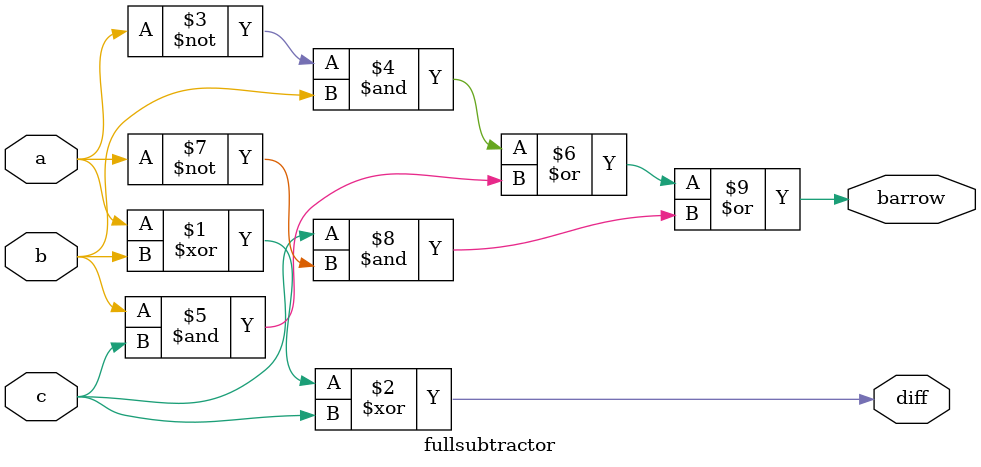
<source format=v>
`timescale 1ns / 1ps


module fullsubtractor(
    input a,b,c,
    output diff,barrow
    );
    assign diff=(a^b)^c;
    assign barrow=(~a&b)|(b&c)|(c&~a);
endmodule

</source>
